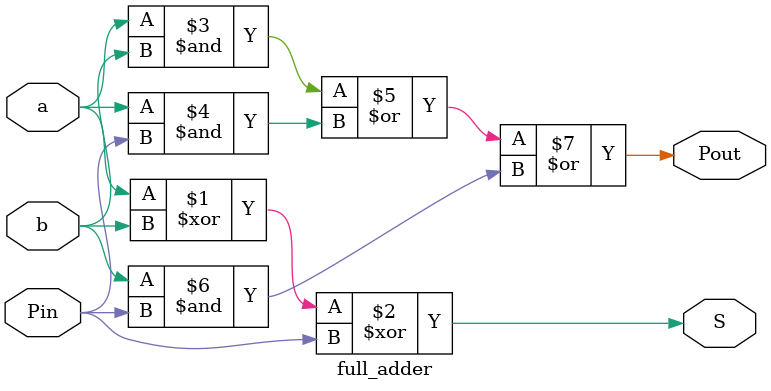
<source format=v>
module full_adder(
	input a,
	input b,
	input Pin,
	
	output S,
	output Pout
	);
	
	assign S    = a ^ b ^ Pin;
	assign Pout = (a & b) | (a & Pin) | (b & Pin);
	
endmodule
</source>
